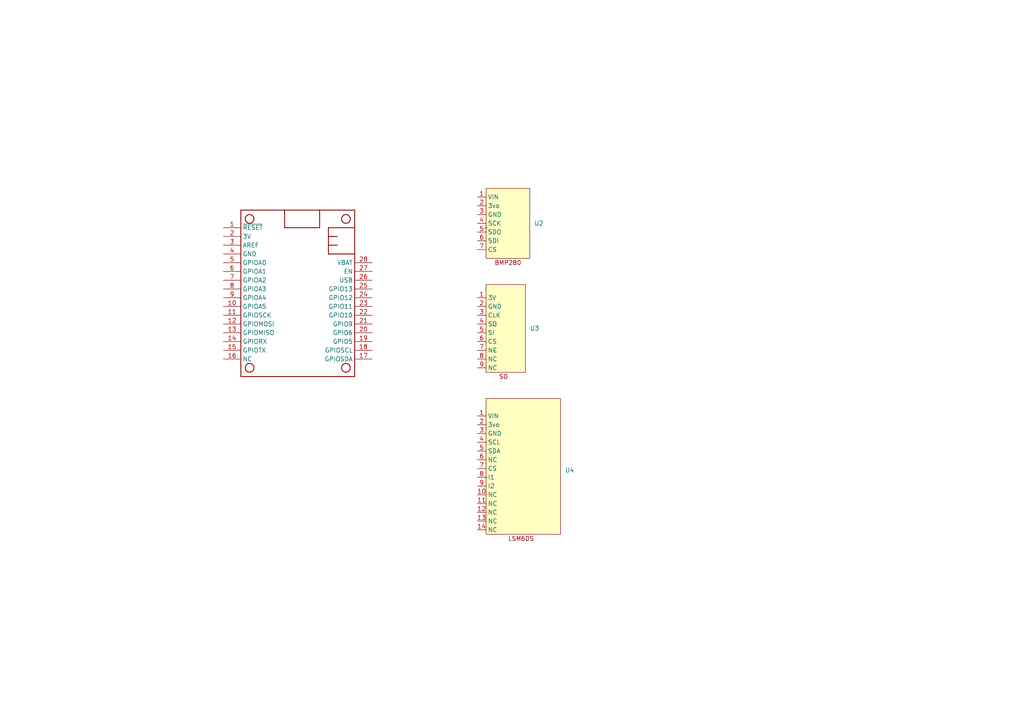
<source format=kicad_sch>
(kicad_sch (version 20231120) (generator "eeschema") (generator_version "8.0")
  (paper "A4")
  (lib_symbols
    (symbol "Local:BMP280"
      (property "Reference" "U" (at 6.35 11.43 0))
      (symbol "BMP280_0_1"
        (rectangle (start 11.43 -10.16) (end 11.43 -10.16))
        (rectangle (start 12.7 -8.89) (end 12.7 -8.89))
      )
      (symbol "BMP280_1_1"
        (rectangle (start 0 10.16) (end 12.7 -10.16) (fill (type background)))
        (text "BMP280" (at 6.35 -11.43 0) (effects (font (size 1.27 1.27))))
        (pin input line (at -2.54 7.62 0) (length 2.54) (name "VIN") (number "1"))
        (pin input line (at -2.54 5.08 0) (length 2.54) (name "3vo") (number "2"))
        (pin input line (at -2.54 2.54 0) (length 2.54) (name "GND") (number "3"))
        (pin input line (at -2.54 0 0) (length 2.54) (name "SCK") (number "4"))
        (pin input line (at -2.54 -2.54 0) (length 2.54) (name "SDO") (number "5"))
        (pin input line (at -2.54 -5.08 0) (length 2.54) (name "SDI") (number "6"))
        (pin input line (at -2.54 -7.62 0) (length 2.54) (name "CS") (number "7"))
      )
    )
    (symbol "Local:LSM6DS"
      (property "Reference" "U" (at 10.16 22.86 0))
      (symbol "LSM6DS_1_1"
        (rectangle (start 0 21.59) (end 21.59 -17.78) (fill (type background)))
        (text "LSM6DS" (at 10.16 -19.05 0) (effects (font (size 1.27 1.27))))
        (pin input line (at -2.54 16.51 0) (length 2.54) (name "VIN") (number "1"))
        (pin input line (at -2.54 -6.35 0) (length 2.54) (name "NC") (number "10"))
        (pin input line (at -2.54 -8.89 0) (length 2.54) (name "NC") (number "11"))
        (pin input line (at -2.54 -11.43 0) (length 2.54) (name "NC") (number "12"))
        (pin input line (at -2.54 -13.97 0) (length 2.54) (name "NC") (number "13"))
        (pin input line (at -2.54 -16.51 0) (length 2.54) (name "NC") (number "14"))
        (pin input line (at -2.54 13.97 0) (length 2.54) (name "3vo") (number "2"))
        (pin input line (at -2.54 11.43 0) (length 2.54) (name "GND") (number "3"))
        (pin input line (at -2.54 8.89 0) (length 2.54) (name "SCL") (number "4"))
        (pin input line (at -2.54 6.35 0) (length 2.54) (name "SDA") (number "5"))
        (pin input line (at -2.54 3.81 0) (length 2.54) (name "NC") (number "6"))
        (pin input line (at -2.54 1.27 0) (length 2.54) (name "CS") (number "7"))
        (pin input line (at -2.54 -1.27 0) (length 2.54) (name "I1") (number "8"))
        (pin input line (at -2.54 -3.81 0) (length 2.54) (name "I2") (number "9"))
      )
    )
    (symbol "Local:SD"
      (property "Reference" "U" (at 3.81 11.43 0))
      (symbol "SD_1_1"
        (rectangle (start -2.54 10.16) (end 8.89 -15.24) (fill (type background)))
        (text "SD\n" (at 2.54 -16.51 0) (effects (font (size 1.27 1.27))))
        (pin input line (at -5.08 6.35 0) (length 2.54) (name "3V") (number "1"))
        (pin input line (at -5.08 3.81 0) (length 2.54) (name "GND") (number "2"))
        (pin input line (at -5.08 1.27 0) (length 2.54) (name "CLK") (number "3"))
        (pin input line (at -5.08 -1.27 0) (length 2.54) (name "SO") (number "4"))
        (pin input line (at -5.08 -3.81 0) (length 2.54) (name "SI") (number "5"))
        (pin input line (at -5.08 -6.35 0) (length 2.54) (name "CS") (number "6"))
        (pin input line (at -5.08 -8.89 0) (length 2.54) (name "NC") (number "7"))
        (pin input line (at -5.08 -11.43 0) (length 2.54) (name "NC") (number "8"))
        (pin input line (at -5.08 -13.97 0) (length 2.54) (name "NC") (number "9"))
      )
    )
    (symbol "NRF52840:FEATHERWING_NODIM"
      (symbol "FEATHERWING_NODIM_1_0"
        (polyline (pts (xy 0 0) (xy 48.26 0)) (stroke (width 0.254)))
        (polyline (pts (xy 0 12.7) (xy 0 0)) (stroke (width 0.254)))
        (polyline (pts (xy 0 22.86) (xy 0 12.7)) (stroke (width 0.254)))
        (polyline (pts (xy 0 22.86) (xy 5.08 22.86)) (stroke (width 0.254)))
        (polyline (pts (xy 0 33.02) (xy 0 22.86)) (stroke (width 0.254)))
        (polyline (pts (xy 5.08 12.7) (xy 0 12.7)) (stroke (width 0.254)))
        (polyline (pts (xy 5.08 22.86) (xy 5.08 12.7)) (stroke (width 0.254)))
        (polyline (pts (xy 5.08 25.4) (xy 7.62 25.4)) (stroke (width 0.254)))
        (polyline (pts (xy 5.08 33.02) (xy 0 33.02)) (stroke (width 0.254)))
        (polyline (pts (xy 5.08 33.02) (xy 5.08 25.4)) (stroke (width 0.254)))
        (polyline (pts (xy 7.62 25.4) (xy 10.16 25.4)) (stroke (width 0.254)))
        (polyline (pts (xy 7.62 27.94) (xy 7.62 25.4)) (stroke (width 0.254)))
        (polyline (pts (xy 10.16 25.4) (xy 12.7 25.4)) (stroke (width 0.254)))
        (polyline (pts (xy 10.16 27.94) (xy 10.16 25.4)) (stroke (width 0.254)))
        (polyline (pts (xy 12.7 25.4) (xy 12.7 33.02)) (stroke (width 0.254)))
        (polyline (pts (xy 12.7 33.02) (xy 5.08 33.02)) (stroke (width 0.254)))
        (polyline (pts (xy 48.26 0) (xy 48.26 33.02)) (stroke (width 0.254)))
        (polyline (pts (xy 48.26 33.02) (xy 12.7 33.02)) (stroke (width 0.254)))
        (circle (center 2.54 2.54) (radius 1.27) (stroke (width 0.254)))
        (circle (center 2.54 30.48) (radius 1.27) (stroke (width 0.254)))
        (circle (center 45.72 2.54) (radius 1.27) (stroke (width 0.254)))
        (circle (center 45.72 30.48) (radius 1.27) (stroke (width 0.254)))
        (pin input line (at 5.08 -5.08 90) (length 5.08) (name "~{RESET}") (number "1"))
        (pin bidirectional line (at 27.94 -5.08 90) (length 5.08) (name "GPIOA5") (number "10"))
        (pin bidirectional line (at 30.48 -5.08 90) (length 5.08) (name "GPIOSCK") (number "11"))
        (pin bidirectional line (at 33.02 -5.08 90) (length 5.08) (name "GPIOMOSI") (number "12"))
        (pin bidirectional line (at 35.56 -5.08 90) (length 5.08) (name "GPIOMISO") (number "13"))
        (pin bidirectional line (at 38.1 -5.08 90) (length 5.08) (name "GPIORX") (number "14"))
        (pin bidirectional line (at 40.64 -5.08 90) (length 5.08) (name "GPIOTX") (number "15"))
        (pin passive line (at 43.18 -5.08 90) (length 5.08) (name "NC") (number "16"))
        (pin bidirectional line (at 43.18 38.1 270) (length 5.08) (name "GPIOSDA") (number "17"))
        (pin bidirectional line (at 40.64 38.1 270) (length 5.08) (name "GPIOSCL") (number "18"))
        (pin bidirectional line (at 38.1 38.1 270) (length 5.08) (name "GPIO5") (number "19"))
        (pin power_in line (at 7.62 -5.08 90) (length 5.08) (name "3V") (number "2"))
        (pin bidirectional line (at 35.56 38.1 270) (length 5.08) (name "GPIO6") (number "20"))
        (pin bidirectional line (at 33.02 38.1 270) (length 5.08) (name "GPIO9") (number "21"))
        (pin bidirectional line (at 30.48 38.1 270) (length 5.08) (name "GPIO10") (number "22"))
        (pin bidirectional line (at 27.94 38.1 270) (length 5.08) (name "GPIO11") (number "23"))
        (pin bidirectional line (at 25.4 38.1 270) (length 5.08) (name "GPIO12") (number "24"))
        (pin bidirectional line (at 22.86 38.1 270) (length 5.08) (name "GPIO13") (number "25"))
        (pin power_in line (at 20.32 38.1 270) (length 5.08) (name "USB") (number "26"))
        (pin passive line (at 17.78 38.1 270) (length 5.08) (name "EN") (number "27"))
        (pin power_in line (at 15.24 38.1 270) (length 5.08) (name "VBAT") (number "28"))
        (pin passive line (at 10.16 -5.08 90) (length 5.08) (name "AREF") (number "3"))
        (pin power_in line (at 12.7 -5.08 90) (length 5.08) (name "GND") (number "4"))
        (pin bidirectional line (at 15.24 -5.08 90) (length 5.08) (name "GPIOA0") (number "5"))
        (pin bidirectional line (at 17.78 -5.08 90) (length 5.08) (name "GPIOA1") (number "6"))
        (pin bidirectional line (at 20.32 -5.08 90) (length 5.08) (name "GPIOA2") (number "7"))
        (pin bidirectional line (at 22.86 -5.08 90) (length 5.08) (name "GPIOA3") (number "8"))
        (pin bidirectional line (at 25.4 -5.08 90) (length 5.08) (name "GPIOA4") (number "9"))
      )
    )
  )
  (symbol (lib_id "Local:SD") (at 143.51 92.71 0) (unit 1)
    (property "Reference" "U3" (at 153.67 95.25 0) (effects (justify left)))
    (property "Value" "~" (at 143.51 101.6 0))
    (property "Footprint" "Library:SD_CARD" (effects (hide yes)))
  )
  (symbol (lib_id "NRF52840:FEATHERWING_NODIM") (at 69.85 60.96 270) (unit 1)
    (property "Reference" "U1" (effects (hide yes)))
    (property "Value" "FEATHERWING_NODIM" (effects (hide yes)))
    (property "Footprint" "Library:FEATHERWING_NODIM" (effects (hide yes)))
  )
  (symbol (lib_id "Local:BMP280") (at 140.97 64.77 0) (unit 1)
    (property "Reference" "U2" (at 154.94 64.77 0) (effects (justify left)))
    (property "Value" "~" (at 140.97 66.04 0))
    (property "Footprint" "Library:BMP280" (effects (hide yes)))
  )
  (symbol (lib_id "Local:LSM6DS") (at 140.97 137.16 0) (unit 1)
    (property "Reference" "U4" (at 163.83 136.4008 0) (effects (justify left)))
    (property "Value" "~" (at 140.97 138.43 0))
    (property "Footprint" "Library:LSM6DS" (effects (hide yes)))
  )
)
</source>
